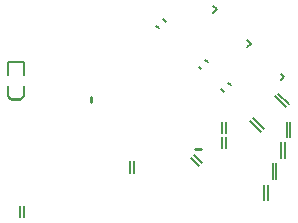
<source format=gto>
G04*
G04 #@! TF.GenerationSoftware,Altium Limited,Altium Designer,20.2.5 (213)*
G04*
G04 Layer_Color=65535*
%FSLAX25Y25*%
%MOIN*%
G70*
G04*
G04 #@! TF.SameCoordinates,6A220F91-A522-4A6E-AAF5-B6834703FD54*
G04*
G04*
G04 #@! TF.FilePolarity,Positive*
G04*
G01*
G75*
%ADD10C,0.00500*%
%ADD11C,0.00787*%
%ADD12C,0.01000*%
D10*
X413Y28328D02*
X1261Y27480D01*
X2676Y30591D02*
X3524Y29743D01*
X-43788Y-35339D02*
X-43788Y-31590D01*
X-45188Y-35339D02*
X-45188Y-31590D01*
X-49114Y4921D02*
X-48327Y4134D01*
X-49114Y4921D02*
Y8465D01*
X-48425Y4232D02*
X-47835Y3642D01*
X-45079D01*
X-49114Y12008D02*
Y16339D01*
X-48327Y4134D02*
X-44587Y4134D01*
X-45079Y3642D02*
X-44390Y4331D01*
X-44587Y4134D02*
X-43799Y4921D01*
Y8465D01*
X-49114Y16339D02*
X-43799Y16339D01*
Y12008D02*
Y16339D01*
X43899Y-8863D02*
Y-3735D01*
X45077Y-8863D02*
Y-3735D01*
X-6977Y-20576D02*
Y-16826D01*
X-8377Y-20576D02*
Y-16826D01*
X12099Y-15594D02*
X14750Y-18246D01*
X13089Y-14604D02*
X15740Y-17256D01*
X22336Y-12384D02*
Y-8634D01*
X23737Y-12384D02*
Y-8634D01*
Y-7373D02*
Y-3623D01*
X22336Y-7373D02*
Y-3623D01*
X31734Y-3336D02*
X35360Y-6962D01*
X32567Y-2503D02*
X36193Y-6129D01*
X40849Y5779D02*
X44475Y2153D01*
X40016Y4946D02*
X43642Y1320D01*
X37597Y-29729D02*
Y-24602D01*
X36419D02*
X36419Y-29729D01*
X43109Y-15556D02*
X43109Y-10428D01*
X41931Y-15556D02*
Y-10428D01*
X40353Y-22643D02*
Y-17515D01*
X39175Y-22643D02*
Y-17515D01*
X16714Y17006D02*
X17563Y16158D01*
X14452Y14743D02*
X15300Y13895D01*
X22038Y7158D02*
X22886Y6309D01*
X24300Y9420D02*
X25149Y8572D01*
D11*
X19348Y34938D02*
X20462Y33824D01*
X19348Y32711D02*
X20462Y33824D01*
X41828Y10231D02*
X42941Y11344D01*
X41828Y12458D02*
X42941Y11344D01*
X30762Y21297D02*
X31876Y22410D01*
X30762Y23524D02*
X31876Y22410D01*
D12*
X-21498Y3092D02*
Y4666D01*
X13342Y-12555D02*
X15311Y-12555D01*
M02*

</source>
